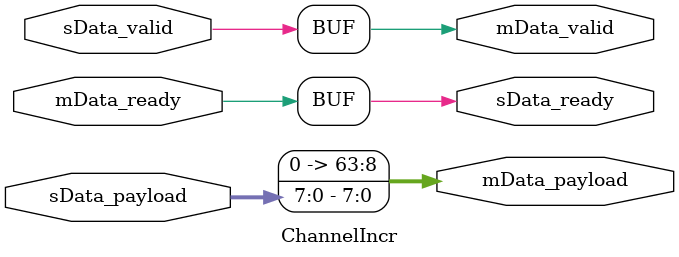
<source format=v>

`timescale 1ns/1ps 
module ChannelIncr (
  input               sData_valid,
  output              sData_ready,
  input      [7:0]    sData_payload,
  output              mData_valid,
  input               mData_ready,
  output     [63:0]   mData_payload
);


  assign sData_ready = mData_ready;
  assign mData_valid = sData_valid;
  assign mData_payload = {56'd0, sData_payload};

endmodule

</source>
